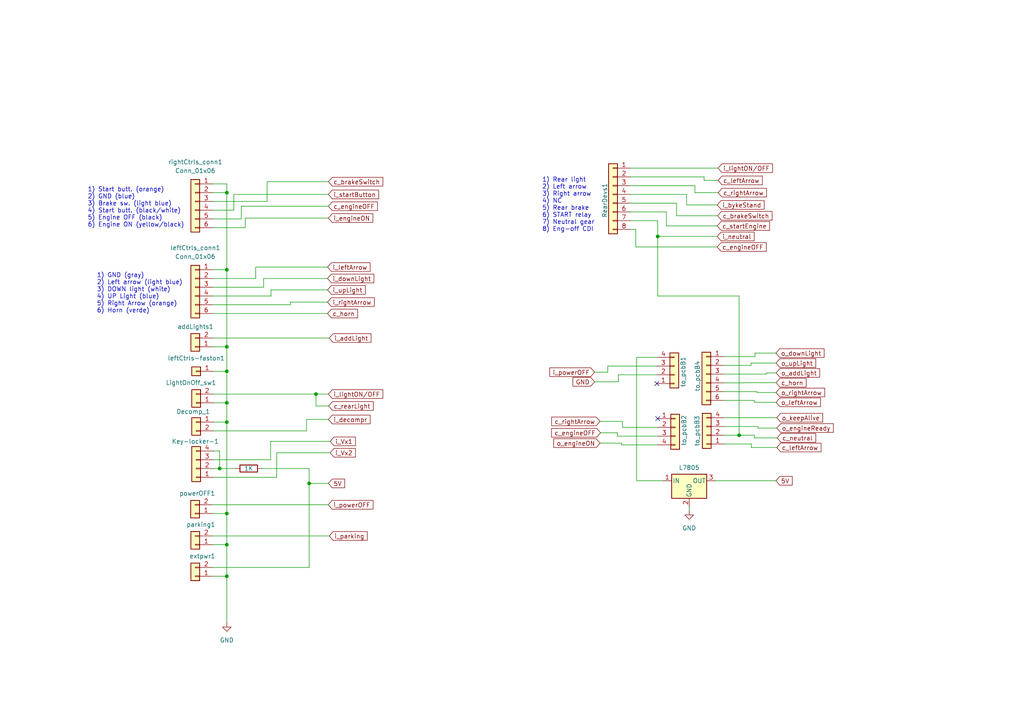
<source format=kicad_sch>
(kicad_sch (version 20231120) (generator "eeschema") (generator_version "8.0")
  (paper "A4")
  (title_block (title "All the pcb's connectors") (rev "4.0") (company "Panicosoft"))
  (lib_symbols
    (symbol "Connector_Generic:Conn_01x01" (pin_names (offset 1.016) hide)
      (property "Reference" "J" (at 0 2.54 0))
      (property "Value" "Conn_01x01" (at 0 -2.54 0))
      (symbol "Conn_01x01_1_1"
        (rectangle (start -1.27 0.127) (end 0 -0.127) (stroke (width 0.1524)))
        (rectangle (start -1.27 1.27) (end 1.27 -1.27) (stroke (width 0.254)) (fill (type background)))
        (pin passive line (at -5.08 0 0) (length 3.81) (name "Pin_1") (number "1"))
      )
    )
    (symbol "Connector_Generic:Conn_01x02" (pin_names (offset 1.016) hide)
      (property "Reference" "J" (at 0 2.54 0))
      (property "Value" "Conn_01x02" (at 0 -5.08 0))
      (symbol "Conn_01x02_1_1"
        (rectangle (start -1.27 -2.413) (end 0 -2.667) (stroke (width 0.1524)))
        (rectangle (start -1.27 0.127) (end 0 -0.127) (stroke (width 0.1524)))
        (rectangle (start -1.27 1.27) (end 1.27 -3.81) (stroke (width 0.254)) (fill (type background)))
        (pin passive line (at -5.08 0 0) (length 3.81) (name "Pin_1") (number "1"))
        (pin passive line (at -5.08 -2.54 0) (length 3.81) (name "Pin_2") (number "2"))
      )
    )
    (symbol "Connector_Generic:Conn_01x04" (pin_names (offset 1.016) hide)
      (property "Reference" "J" (at 0 5.08 0))
      (property "Value" "Conn_01x04" (at 0 -7.62 0))
      (symbol "Conn_01x04_1_1"
        (rectangle (start -1.27 -4.953) (end 0 -5.207) (stroke (width 0.1524)))
        (rectangle (start -1.27 -2.413) (end 0 -2.667) (stroke (width 0.1524)))
        (rectangle (start -1.27 0.127) (end 0 -0.127) (stroke (width 0.1524)))
        (rectangle (start -1.27 2.667) (end 0 2.413) (stroke (width 0.1524)))
        (rectangle (start -1.27 3.81) (end 1.27 -6.35) (stroke (width 0.254)) (fill (type background)))
        (pin passive line (at -5.08 2.54 0) (length 3.81) (name "Pin_1") (number "1"))
        (pin passive line (at -5.08 0 0) (length 3.81) (name "Pin_2") (number "2"))
        (pin passive line (at -5.08 -2.54 0) (length 3.81) (name "Pin_3") (number "3"))
        (pin passive line (at -5.08 -5.08 0) (length 3.81) (name "Pin_4") (number "4"))
      )
    )
    (symbol "Connector_Generic:Conn_01x06" (pin_names (offset 1.016) hide)
      (property "Reference" "J" (at 0 7.62 0))
      (property "Value" "Conn_01x06" (at 0 -10.16 0))
      (symbol "Conn_01x06_1_1"
        (rectangle (start -1.27 -7.493) (end 0 -7.747) (stroke (width 0.1524)))
        (rectangle (start -1.27 -4.953) (end 0 -5.207) (stroke (width 0.1524)))
        (rectangle (start -1.27 -2.413) (end 0 -2.667) (stroke (width 0.1524)))
        (rectangle (start -1.27 0.127) (end 0 -0.127) (stroke (width 0.1524)))
        (rectangle (start -1.27 2.667) (end 0 2.413) (stroke (width 0.1524)))
        (rectangle (start -1.27 5.207) (end 0 4.953) (stroke (width 0.1524)))
        (rectangle (start -1.27 6.35) (end 1.27 -8.89) (stroke (width 0.254)) (fill (type background)))
        (pin passive line (at -5.08 5.08 0) (length 3.81) (name "Pin_1") (number "1"))
        (pin passive line (at -5.08 2.54 0) (length 3.81) (name "Pin_2") (number "2"))
        (pin passive line (at -5.08 0 0) (length 3.81) (name "Pin_3") (number "3"))
        (pin passive line (at -5.08 -2.54 0) (length 3.81) (name "Pin_4") (number "4"))
        (pin passive line (at -5.08 -5.08 0) (length 3.81) (name "Pin_5") (number "5"))
        (pin passive line (at -5.08 -7.62 0) (length 3.81) (name "Pin_6") (number "6"))
      )
    )
    (symbol "Connector_Generic:Conn_01x08" (pin_names (offset 1.016) hide)
      (property "Reference" "J" (at 0 10.16 0))
      (property "Value" "Conn_01x08" (at 0 -12.7 0))
      (symbol "Conn_01x08_1_1"
        (rectangle (start -1.27 -10.033) (end 0 -10.287) (stroke (width 0.1524)))
        (rectangle (start -1.27 -7.493) (end 0 -7.747) (stroke (width 0.1524)))
        (rectangle (start -1.27 -4.953) (end 0 -5.207) (stroke (width 0.1524)))
        (rectangle (start -1.27 -2.413) (end 0 -2.667) (stroke (width 0.1524)))
        (rectangle (start -1.27 0.127) (end 0 -0.127) (stroke (width 0.1524)))
        (rectangle (start -1.27 2.667) (end 0 2.413) (stroke (width 0.1524)))
        (rectangle (start -1.27 5.207) (end 0 4.953) (stroke (width 0.1524)))
        (rectangle (start -1.27 7.747) (end 0 7.493) (stroke (width 0.1524)))
        (rectangle (start -1.27 8.89) (end 1.27 -11.43) (stroke (width 0.254)) (fill (type background)))
        (pin passive line (at -5.08 7.62 0) (length 3.81) (name "Pin_1") (number "1"))
        (pin passive line (at -5.08 5.08 0) (length 3.81) (name "Pin_2") (number "2"))
        (pin passive line (at -5.08 2.54 0) (length 3.81) (name "Pin_3") (number "3"))
        (pin passive line (at -5.08 0 0) (length 3.81) (name "Pin_4") (number "4"))
        (pin passive line (at -5.08 -2.54 0) (length 3.81) (name "Pin_5") (number "5"))
        (pin passive line (at -5.08 -5.08 0) (length 3.81) (name "Pin_6") (number "6"))
        (pin passive line (at -5.08 -7.62 0) (length 3.81) (name "Pin_7") (number "7"))
        (pin passive line (at -5.08 -10.16 0) (length 3.81) (name "Pin_8") (number "8"))
      )
    )
    (symbol "Device:R" (pin_numbers hide) (pin_names (offset 0))
      (property "Reference" "R" (at 2.032 0 90))
      (property "Value" "R" (at 0 0 90))
      (symbol "R_0_1"
        (rectangle (start -1.016 -2.54) (end 1.016 2.54) (stroke (width 0.254)))
      )
      (symbol "R_1_1"
        (pin passive line (at 0 3.81 270) (length 1.27) (name "~") (number "1"))
        (pin passive line (at 0 -3.81 90) (length 1.27) (name "~") (number "2"))
      )
    )
    (symbol "Regulator_Linear:L7805" (pin_names (offset 0.254))
      (property "Reference" "U" (at -3.81 3.175 0))
      (property "Value" "L7805" (at 0 3.175 0))
      (symbol "L7805_0_1"
        (rectangle (start -5.08 1.905) (end 5.08 -5.08) (stroke (width 0.254)) (fill (type background)))
      )
      (symbol "L7805_1_1"
        (pin power_in line (at -7.62 0 0) (length 2.54) (name "IN") (number "1"))
        (pin power_in line (at 0 -7.62 90) (length 2.54) (name "GND") (number "2"))
        (pin power_out line (at 7.62 0 180) (length 2.54) (name "OUT") (number "3"))
      )
    )
    (symbol "power:GND" (power) (pin_names (offset 0))
      (property "Value" "GND" (at 0 -3.81 0))
      (symbol "GND_0_1"
        (polyline (pts (xy 0 0) (xy 0 -1.27) (xy 1.27 -1.27) (xy 0 -2.54) (xy -1.27 -1.27) (xy 0 -1.27)))
      )
      (symbol "GND_1_1"
        (pin power_in line (at 0 0 270) (length 0) hide (name "GND") (number "1"))
      )
    )
  )
  (junction (at 65.786 116.84))
  (junction (at 65.786 167.132))
  (junction (at 65.786 148.9456))
  (junction (at 65.786 122.428))
  (junction (at 65.786 100.584))
  (junction (at 214.376 126.238))
  (junction (at 65.786 55.88))
  (junction (at 190.754 68.58))
  (junction (at 89.662 140.208))
  (junction (at 91.6432 114.3))
  (junction (at 65.786 107.696))
  (junction (at 65.786 78.232))
  (junction (at 65.786 157.988))
  (junction (at 63.7032 135.89))
  (no_connect (at 190.5 111.252))
  (no_connect (at 190.754 121.412))
  (wire (pts (xy 225.3996 127) (xy 218.7956 127)))
  (wire (pts (xy 222.25 108.5088) (xy 209.9564 108.5088)))
  (wire (pts (xy 219.5576 113.5888) (xy 219.5576 113.8428)))
  (wire (pts (xy 61.722 155.448) (xy 95.504 155.448)))
  (wire (pts (xy 208.1276 62.5856) (xy 196.2404 62.5856)))
  (wire (pts (xy 78.486 133.35) (xy 78.486 128.016)))
  (wire (pts (xy 61.722 157.988) (xy 65.786 157.988)))
  (wire (pts (xy 219.5576 113.8428) (xy 225.0948 113.8428)))
  (wire (pts (xy 218.9988 103.4288) (xy 218.9988 102.4128)))
  (wire (pts (xy 182.88 58.928) (xy 196.2404 58.928)))
  (wire (pts (xy 215.5952 111.0488) (xy 209.9564 111.0488)))
  (wire (pts (xy 88.9 121.666) (xy 95.25 121.666)))
  (wire (pts (xy 61.976 130.81) (xy 63.7032 130.81)))
  (wire (pts (xy 74.168 77.47) (xy 94.996 77.47)))
  (wire (pts (xy 218.7956 127) (xy 218.7956 126.238)))
  (wire (pts (xy 65.786 116.84) (xy 65.786 107.696)))
  (wire (pts (xy 61.722 78.232) (xy 65.786 78.232)))
  (wire (pts (xy 89.662 135.89) (xy 75.946 135.89)))
  (wire (pts (xy 91.6432 114.3) (xy 95.25 114.3)))
  (wire (pts (xy 65.786 107.696) (xy 65.786 100.584)))
  (wire (pts (xy 218.7448 116.6876) (xy 218.7448 116.1288)))
  (wire (pts (xy 71.12 63.246) (xy 95.25 63.246)))
  (wire (pts (xy 182.88 61.468) (xy 193.294 61.468)))
  (wire (pts (xy 196.2404 62.5856) (xy 196.2404 58.928)))
  (wire (pts (xy 225.0948 116.6876) (xy 218.7448 116.6876)))
  (wire (pts (xy 61.976 138.43) (xy 80.264 138.43)))
  (wire (pts (xy 84.201 87.63) (xy 84.201 88.392)))
  (wire (pts (xy 61.722 85.852) (xy 78.613 85.852)))
  (wire (pts (xy 76.454 80.772) (xy 76.454 83.312)))
  (wire (pts (xy 65.786 53.34) (xy 61.722 53.34)))
  (wire (pts (xy 89.662 140.208) (xy 95.25 140.208)))
  (wire (pts (xy 184.658 139.446) (xy 184.658 103.632)))
  (wire (pts (xy 77.47 58.42) (xy 77.47 52.705)))
  (wire (pts (xy 217.8304 105.9688) (xy 217.8304 105.3084)))
  (wire (pts (xy 179.3494 110.744) (xy 179.3494 108.712)))
  (wire (pts (xy 95.3008 117.7544) (xy 91.6432 117.7544)))
  (wire (pts (xy 61.722 98.044) (xy 95.504 98.044)))
  (wire (pts (xy 65.786 180.594) (xy 65.786 167.132)))
  (wire (pts (xy 209.9564 113.5888) (xy 219.5576 113.5888)))
  (wire (pts (xy 61.722 164.592) (xy 89.662 164.592)))
  (wire (pts (xy 182.88 53.848) (xy 201.549 53.848)))
  (wire (pts (xy 67.818 60.96) (xy 61.722 60.96)))
  (wire (pts (xy 95.1992 146.4056) (xy 61.6712 146.4056)))
  (wire (pts (xy 217.932 129.794) (xy 225.298 129.794)))
  (wire (pts (xy 61.722 63.5) (xy 69.977 63.5)))
  (wire (pts (xy 174.0408 122.2248) (xy 180.5432 122.2248)))
  (wire (pts (xy 78.486 128.016) (xy 95.758 128.016)))
  (wire (pts (xy 214.376 126.238) (xy 210.058 126.238)))
  (wire (pts (xy 180.2892 129.032) (xy 190.754 129.032)))
  (wire (pts (xy 214.376 85.852) (xy 190.754 85.852)))
  (wire (pts (xy 218.7956 126.238) (xy 214.376 126.238)))
  (wire (pts (xy 180.5432 123.952) (xy 190.754 123.952)))
  (wire (pts (xy 225.044 139.446) (xy 207.518 139.446)))
  (wire (pts (xy 61.976 114.3) (xy 91.6432 114.3)))
  (wire (pts (xy 184.658 103.632) (xy 190.5 103.632)))
  (wire (pts (xy 65.786 122.428) (xy 65.786 148.9456)))
  (wire (pts (xy 217.8304 105.3084) (xy 225.0948 105.3084)))
  (wire (pts (xy 61.6712 148.9456) (xy 65.786 148.9456)))
  (wire (pts (xy 219.8116 123.698) (xy 219.8116 124.1552)))
  (wire (pts (xy 77.47 52.705) (xy 95.25 52.705)))
  (wire (pts (xy 65.786 78.232) (xy 65.786 100.584)))
  (wire (pts (xy 61.976 107.696) (xy 65.786 107.696)))
  (wire (pts (xy 61.976 116.84) (xy 65.786 116.84)))
  (wire (pts (xy 184.404 71.628) (xy 208.026 71.628)))
  (wire (pts (xy 61.722 55.88) (xy 65.786 55.88)))
  (wire (pts (xy 61.722 80.772) (xy 74.168 80.772)))
  (wire (pts (xy 218.9988 102.4128) (xy 225.044 102.4128)))
  (wire (pts (xy 65.786 157.988) (xy 65.786 148.9456)))
  (wire (pts (xy 201.549 53.848) (xy 201.549 55.88)))
  (wire (pts (xy 67.818 56.388) (xy 95.25 56.388)))
  (wire (pts (xy 88.9 121.666) (xy 88.9 124.968)))
  (wire (pts (xy 217.932 129.794) (xy 217.932 128.778)))
  (wire (pts (xy 89.662 164.592) (xy 89.662 140.208)))
  (wire (pts (xy 201.549 55.88) (xy 208.28 55.88)))
  (wire (pts (xy 225.0948 108.1532) (xy 222.25 108.1532)))
  (wire (pts (xy 67.818 56.388) (xy 67.818 60.96)))
  (wire (pts (xy 184.404 66.548) (xy 182.88 66.548)))
  (wire (pts (xy 199.898 147.066) (xy 199.898 148.082)))
  (wire (pts (xy 219.8116 124.1552) (xy 225.298 124.1552)))
  (wire (pts (xy 61.976 122.428) (xy 65.786 122.428)))
  (wire (pts (xy 65.786 55.88) (xy 65.786 53.34)))
  (wire (pts (xy 76.454 80.772) (xy 94.996 80.772)))
  (wire (pts (xy 193.294 65.532) (xy 208.026 65.532)))
  (wire (pts (xy 65.786 116.84) (xy 65.786 122.428)))
  (wire (pts (xy 190.754 64.008) (xy 190.754 68.58)))
  (wire (pts (xy 225.298 121.158) (xy 210.058 121.158)))
  (wire (pts (xy 193.294 61.468) (xy 193.294 65.532)))
  (wire (pts (xy 179.3494 108.712) (xy 190.5 108.712)))
  (wire (pts (xy 63.7032 135.89) (xy 68.326 135.89)))
  (wire (pts (xy 182.88 64.008) (xy 190.754 64.008)))
  (wire (pts (xy 71.12 63.246) (xy 71.12 66.04)))
  (wire (pts (xy 184.404 66.548) (xy 184.404 71.628)))
  (wire (pts (xy 180.2892 128.524) (xy 180.2892 129.032)))
  (wire (pts (xy 63.7032 130.81) (xy 63.7032 135.89)))
  (wire (pts (xy 65.786 167.132) (xy 65.786 157.988)))
  (wire (pts (xy 176.276 106.172) (xy 190.5 106.172)))
  (wire (pts (xy 179.07 125.5268) (xy 179.07 126.492)))
  (wire (pts (xy 65.786 55.88) (xy 65.786 78.232)))
  (wire (pts (xy 61.722 88.392) (xy 84.201 88.392)))
  (wire (pts (xy 80.264 131.318) (xy 95.758 131.318)))
  (wire (pts (xy 91.6432 117.7544) (xy 91.6432 114.3)))
  (wire (pts (xy 204.216 52.324) (xy 208.28 52.324)))
  (wire (pts (xy 209.9564 103.4288) (xy 218.9988 103.4288)))
  (wire (pts (xy 61.976 135.89) (xy 63.7032 135.89)))
  (wire (pts (xy 176.276 107.95) (xy 176.276 106.172)))
  (wire (pts (xy 174.1932 125.5268) (xy 179.07 125.5268)))
  (wire (pts (xy 69.977 63.5) (xy 69.977 59.817)))
  (wire (pts (xy 61.722 167.132) (xy 65.786 167.132)))
  (wire (pts (xy 192.278 139.446) (xy 184.658 139.446)))
  (wire (pts (xy 88.9 124.968) (xy 61.976 124.968)))
  (wire (pts (xy 204.216 51.308) (xy 204.216 52.324)))
  (wire (pts (xy 78.613 84.074) (xy 94.996 84.074)))
  (wire (pts (xy 179.07 126.492) (xy 190.754 126.492)))
  (wire (pts (xy 61.722 83.312) (xy 76.454 83.312)))
  (wire (pts (xy 182.88 48.768) (xy 208.28 48.768)))
  (wire (pts (xy 215.5952 110.998) (xy 215.5952 111.0488)))
  (wire (pts (xy 199.136 59.436) (xy 199.136 56.388)))
  (wire (pts (xy 210.058 123.698) (xy 219.8116 123.698)))
  (wire (pts (xy 222.25 108.1532) (xy 222.25 108.5088)))
  (wire (pts (xy 182.88 51.308) (xy 204.216 51.308)))
  (wire (pts (xy 190.754 85.852) (xy 190.754 68.58)))
  (wire (pts (xy 61.722 58.42) (xy 77.47 58.42)))
  (wire (pts (xy 174.0408 128.524) (xy 180.2892 128.524)))
  (wire (pts (xy 61.976 133.35) (xy 78.486 133.35)))
  (wire (pts (xy 172.466 107.95) (xy 176.276 107.95)))
  (wire (pts (xy 214.376 126.238) (xy 214.376 85.852)))
  (wire (pts (xy 71.12 66.04) (xy 61.722 66.04)))
  (wire (pts (xy 84.201 87.63) (xy 94.996 87.63)))
  (wire (pts (xy 190.754 68.58) (xy 208.026 68.58)))
  (wire (pts (xy 215.5952 110.998) (xy 225.0948 110.998)))
  (wire (pts (xy 80.264 138.43) (xy 80.264 131.318)))
  (wire (pts (xy 180.5432 122.2248) (xy 180.5432 123.952)))
  (wire (pts (xy 208.026 59.436) (xy 199.136 59.436)))
  (wire (pts (xy 89.662 140.208) (xy 89.662 135.89)))
  (wire (pts (xy 172.466 110.744) (xy 179.3494 110.744)))
  (wire (pts (xy 74.168 80.772) (xy 74.168 77.47)))
  (wire (pts (xy 78.613 85.852) (xy 78.613 84.074)))
  (wire (pts (xy 61.722 100.584) (xy 65.786 100.584)))
  (wire (pts (xy 199.136 56.388) (xy 182.88 56.388)))
  (wire (pts (xy 61.722 90.932) (xy 94.996 90.932)))
  (wire (pts (xy 69.977 59.817) (xy 95.25 59.817)))
  (wire (pts (xy 209.9564 105.9688) (xy 217.8304 105.9688)))
  (wire (pts (xy 217.932 128.778) (xy 210.058 128.778)))
  (wire (pts (xy 218.7448 116.1288) (xy 209.9564 116.1288)))
  (text "1) Start butt. (orange)\n2) GND (blue)\n3) Brake sw. (light blue)\n4) Start butt. (black/white)\n5) Engine OFF (black)\n6) Engine ON (yellow/black)" (at 25.4 66.04 0) (effects (font (size 1.27 1.27)) (justify left bottom)))
  (text "1) GND (gray)\n2) Left arrow (light blue)\n3) DOWN light (white)\n4) UP Light (blue)\n5) Right Arrow (orange)\n6) Horn (verde)" (at 28.067 90.932 0) (effects (font (size 1.27 1.27)) (justify left bottom)))
  (text "1) Rear light\n2) Left arrow\n3) Right arrow\n4) NC\n5) Rear brake\n6) START relay\n7) Neutral gear\n8) Eng-off CDI" (at 157.226 67.31 0) (effects (font (size 1.27 1.27)) (justify left bottom)))
  (global_label "o_engineReady" (shape input) (at 225.298 124.1552 0) (property "Intersheetrefs" "${INTERSHEET_REFS}" (effects (hide yes))) (property "Riferimenti inter-foglio" "${INTERSHEET_REFS}" (effects (hide yes))))
  (global_label "c_rightArrow" (shape input) (at 208.28 55.88 0) (property "Intersheetrefs" "${INTERSHEET_REFS}" (effects (hide yes))) (property "Riferimenti inter-foglio" "${INTERSHEET_REFS}" (effects (hide yes))))
  (global_label "i_powerOFF" (shape input) (at 95.1992 146.4056 0) (property "Intersheetrefs" "${INTERSHEET_REFS}" (effects (hide yes))) (property "Riferimenti inter-foglio" "${INTERSHEET_REFS}" (effects (hide yes))))
  (global_label "c_engineOFF" (shape input) (at 95.25 59.817 0) (property "Intersheetrefs" "${INTERSHEET_REFS}" (effects (hide yes))) (property "Riferimenti inter-foglio" "${INTERSHEET_REFS}" (effects (hide yes))))
  (global_label "i_Vx1" (shape input) (at 95.758 128.016 0) (property "Intersheetrefs" "${INTERSHEET_REFS}" (effects (hide yes))) (property "Riferimenti inter-foglio" "${INTERSHEET_REFS}" (effects (hide yes))))
  (global_label "o_leftArrow" (shape input) (at 225.0948 116.6876 0) (property "Intersheetrefs" "${INTERSHEET_REFS}" (effects (hide yes))) (property "Riferimenti inter-foglio" "${INTERSHEET_REFS}" (effects (hide yes))))
  (global_label "c_brakeSwitch" (shape input) (at 95.25 52.705 0) (property "Intersheetrefs" "${INTERSHEET_REFS}" (effects (hide yes))) (property "Riferimenti inter-foglio" "${INTERSHEET_REFS}" (effects (hide yes))))
  (global_label "GND" (shape input) (at 172.466 110.744 180) (property "Intersheetrefs" "${INTERSHEET_REFS}" (effects (hide yes))) (property "Riferimenti inter-foglio" "${INTERSHEET_REFS}" (effects (hide yes))))
  (global_label "i_upLight" (shape input) (at 94.996 84.074 0) (property "Intersheetrefs" "${INTERSHEET_REFS}" (effects (hide yes))) (property "Riferimenti inter-foglio" "${INTERSHEET_REFS}" (effects (hide yes))))
  (global_label "i_addLight" (shape input) (at 95.504 98.044 0) (property "Intersheetrefs" "${INTERSHEET_REFS}" (effects (hide yes))) (property "Riferimenti inter-foglio" "${INTERSHEET_REFS}" (effects (hide yes))))
  (global_label "i_startButton" (shape input) (at 95.25 56.388 0) (property "Intersheetrefs" "${INTERSHEET_REFS}" (effects (hide yes))) (property "Riferimenti inter-foglio" "${INTERSHEET_REFS}" (effects (hide yes))))
  (global_label "i_downLight" (shape input) (at 94.996 80.772 0) (property "Intersheetrefs" "${INTERSHEET_REFS}" (effects (hide yes))) (property "Riferimenti inter-foglio" "${INTERSHEET_REFS}" (effects (hide yes))))
  (global_label "o_keepAlive" (shape input) (at 225.298 121.158 0) (property "Intersheetrefs" "${INTERSHEET_REFS}" (effects (hide yes))) (property "Riferimenti inter-foglio" "${INTERSHEET_REFS}" (effects (hide yes))))
  (global_label "c_neutral" (shape input) (at 225.3996 127 0) (property "Intersheetrefs" "${INTERSHEET_REFS}" (effects (hide yes))) (property "Riferimenti inter-foglio" "${INTERSHEET_REFS}" (effects (hide yes))))
  (global_label "i_engineON" (shape input) (at 95.25 63.246 0) (property "Intersheetrefs" "${INTERSHEET_REFS}" (effects (hide yes))) (property "Riferimenti inter-foglio" "${INTERSHEET_REFS}" (effects (hide yes))))
  (global_label "i_Vx2" (shape input) (at 95.758 131.318 0) (property "Intersheetrefs" "${INTERSHEET_REFS}" (effects (hide yes))) (property "Riferimenti inter-foglio" "${INTERSHEET_REFS}" (effects (hide yes))))
  (global_label "i_leftArrow" (shape input) (at 94.996 77.47 0) (property "Intersheetrefs" "${INTERSHEET_REFS}" (effects (hide yes))) (property "Riferimenti inter-foglio" "${INTERSHEET_REFS}" (effects (hide yes))))
  (global_label "c_rightArrow" (shape input) (at 174.0408 122.2248 180) (property "Intersheetrefs" "${INTERSHEET_REFS}" (effects (hide yes))) (property "Riferimenti inter-foglio" "${INTERSHEET_REFS}" (effects (hide yes))))
  (global_label "i_rightArrow" (shape input) (at 94.996 87.63 0) (property "Intersheetrefs" "${INTERSHEET_REFS}" (effects (hide yes))) (property "Riferimenti inter-foglio" "${INTERSHEET_REFS}" (effects (hide yes))))
  (global_label "o_upLight" (shape input) (at 225.0948 105.3084 0) (property "Intersheetrefs" "${INTERSHEET_REFS}" (effects (hide yes))) (property "Riferimenti inter-foglio" "${INTERSHEET_REFS}" (effects (hide yes))))
  (global_label "c_horn" (shape input) (at 225.0948 110.998 0) (property "Intersheetrefs" "${INTERSHEET_REFS}" (effects (hide yes))) (property "Riferimenti inter-foglio" "${INTERSHEET_REFS}" (effects (hide yes))))
  (global_label "c_engineOFF" (shape input) (at 174.1932 125.5268 180) (property "Intersheetrefs" "${INTERSHEET_REFS}" (effects (hide yes))) (property "Riferimenti inter-foglio" "${INTERSHEET_REFS}" (effects (hide yes))))
  (global_label "5V" (shape input) (at 225.044 139.446 0) (property "Intersheetrefs" "${INTERSHEET_REFS}" (effects (hide yes))) (property "Riferimenti inter-foglio" "${INTERSHEET_REFS}" (effects (hide yes))))
  (global_label "o_downLight" (shape input) (at 225.044 102.4128 0) (property "Intersheetrefs" "${INTERSHEET_REFS}" (effects (hide yes))) (property "Riferimenti inter-foglio" "${INTERSHEET_REFS}" (effects (hide yes))))
  (global_label "c_horn" (shape input) (at 94.996 90.932 0) (property "Intersheetrefs" "${INTERSHEET_REFS}" (effects (hide yes))) (property "Riferimenti inter-foglio" "${INTERSHEET_REFS}" (effects (hide yes))))
  (global_label "o_engineON" (shape input) (at 174.0408 128.524 180) (property "Intersheetrefs" "${INTERSHEET_REFS}" (effects (hide yes))) (property "Riferimenti inter-foglio" "${INTERSHEET_REFS}" (effects (hide yes))))
  (global_label "c_startEngine" (shape input) (at 208.026 65.532 0) (property "Intersheetrefs" "${INTERSHEET_REFS}" (effects (hide yes))) (property "Riferimenti inter-foglio" "${INTERSHEET_REFS}" (effects (hide yes))))
  (global_label "o_rightArrow" (shape input) (at 225.0948 113.8428 0) (property "Intersheetrefs" "${INTERSHEET_REFS}" (effects (hide yes))) (property "Riferimenti inter-foglio" "${INTERSHEET_REFS}" (effects (hide yes))))
  (global_label "i_neutral" (shape input) (at 208.026 68.58 0) (property "Intersheetrefs" "${INTERSHEET_REFS}" (effects (hide yes))) (property "Riferimenti inter-foglio" "${INTERSHEET_REFS}" (effects (hide yes))))
  (global_label "i_bykeStand" (shape input) (at 208.026 59.436 0) (property "Intersheetrefs" "${INTERSHEET_REFS}" (effects (hide yes))) (property "Riferimenti inter-foglio" "${INTERSHEET_REFS}" (effects (hide yes))))
  (global_label "c_brakeSwitch" (shape input) (at 208.1276 62.5856 0) (property "Intersheetrefs" "${INTERSHEET_REFS}" (effects (hide yes))) (property "Riferimenti inter-foglio" "${INTERSHEET_REFS}" (effects (hide yes))))
  (global_label "i_parking" (shape input) (at 95.504 155.448 0) (property "Intersheetrefs" "${INTERSHEET_REFS}" (effects (hide yes))) (property "Riferimenti inter-foglio" "${INTERSHEET_REFS}" (effects (hide yes))))
  (global_label "c_rearLight" (shape input) (at 95.3008 117.7544 0) (property "Intersheetrefs" "${INTERSHEET_REFS}" (effects (hide yes))) (property "Riferimenti inter-foglio" "${INTERSHEET_REFS}" (effects (hide yes))))
  (global_label "i_lightON{slash}OFF" (shape input) (at 208.28 48.768 0) (property "Intersheetrefs" "${INTERSHEET_REFS}" (effects (hide yes))) (property "Riferimenti inter-foglio" "${INTERSHEET_REFS}" (effects (hide yes))))
  (global_label "o_addLight" (shape input) (at 225.0948 108.1532 0) (property "Intersheetrefs" "${INTERSHEET_REFS}" (effects (hide yes))) (property "Riferimenti inter-foglio" "${INTERSHEET_REFS}" (effects (hide yes))))
  (global_label "i_decompr" (shape input) (at 95.25 121.666 0) (property "Intersheetrefs" "${INTERSHEET_REFS}" (effects (hide yes))) (property "Riferimenti inter-foglio" "${INTERSHEET_REFS}" (effects (hide yes))))
  (global_label "i_lightON{slash}OFF" (shape input) (at 95.25 114.3 0) (property "Intersheetrefs" "${INTERSHEET_REFS}" (effects (hide yes))) (property "Riferimenti inter-foglio" "${INTERSHEET_REFS}" (effects (hide yes))))
  (global_label "5V" (shape input) (at 95.25 140.208 0) (property "Intersheetrefs" "${INTERSHEET_REFS}" (effects (hide yes))) (property "Riferimenti inter-foglio" "${INTERSHEET_REFS}" (effects (hide yes))))
  (global_label "i_powerOFF" (shape input) (at 172.466 107.95 180) (property "Intersheetrefs" "${INTERSHEET_REFS}" (effects (hide yes))) (property "Riferimenti inter-foglio" "${INTERSHEET_REFS}" (effects (hide yes))))
  (global_label "c_engineOFF" (shape input) (at 208.026 71.628 0) (property "Intersheetrefs" "${INTERSHEET_REFS}" (effects (hide yes))) (property "Riferimenti inter-foglio" "${INTERSHEET_REFS}" (effects (hide yes))))
  (global_label "c_leftArrow" (shape input) (at 225.298 129.794 0) (property "Intersheetrefs" "${INTERSHEET_REFS}" (effects (hide yes))) (property "Riferimenti inter-foglio" "${INTERSHEET_REFS}" (effects (hide yes))))
  (global_label "c_leftArrow" (shape input) (at 208.28 52.324 0) (property "Intersheetrefs" "${INTERSHEET_REFS}" (effects (hide yes))) (property "Riferimenti inter-foglio" "${INTERSHEET_REFS}" (effects (hide yes))))
  (symbol (lib_id "Connector_Generic:Conn_01x04") (at 204.978 126.238 180) (unit 1)
    (property "Reference" "to_pcbB3" (at 202.184 124.968 90))
    (property "Value" "Conn_01x04" (effects (hide yes)))
    (property "Footprint" "Connector_PinHeader_2.54mm:PinHeader_1x04_P2.54mm_Vertical" (effects (hide yes)))
    (property "Description" "Generic connector, single row, 01x04, script generated (kicad-library-utils/schlib/autogen/connector/)" (effects (hide yes)))
  )
  (symbol (lib_id "Connector_Generic:Conn_01x04") (at 195.58 108.712 0) (mirror x) (unit 1)
    (property "Reference" "to_pcbB1" (at 198.12 103.378 90) (effects (justify left)))
    (property "Value" "Conn_01x04" (effects (hide yes)))
    (property "Footprint" "Connector_PinHeader_2.54mm:PinHeader_1x04_P2.54mm_Vertical" (effects (hide yes)))
    (property "Description" "Generic connector, single row, 01x04, script generated (kicad-library-utils/schlib/autogen/connector/)" (effects (hide yes)))
  )
  (symbol (lib_id "Connector_Generic:Conn_01x02") (at 56.896 116.84 180) (unit 1)
    (property "Reference" "LightOnOff_sw1" (at 62.738 110.998 0) (effects (justify left)))
    (property "Value" "Conn_01x02" (effects (hide yes)))
    (property "Footprint" "Connector_Wire:SolderWire-0.15sqmm_1x02_P4mm_D0.5mm_OD1.5mm" (effects (hide yes)))
  )
  (symbol (lib_id "power:GND") (at 65.786 180.594 0) (unit 1)
    (property "Reference" "#PWR0108" (effects (hide yes)))
    (property "Value" "GND" (at 65.786 185.674 0))
  )
  (symbol (lib_id "Connector_Generic:Conn_01x06") (at 56.642 83.312 0) (mirror y) (unit 1)
    (property "Reference" "leftCtrls_conn1" (at 56.642 71.882 0))
    (property "Value" "Conn_01x06" (at 56.642 74.422 0))
    (property "Footprint" "Connector_Wire:SolderWire-0.25sqmm_1x06_P4.2mm_D0.65mm_OD1.7mm" (effects (hide yes)))
  )
  (symbol (lib_id "Connector_Generic:Conn_01x02") (at 56.642 100.584 180) (unit 1)
    (property "Reference" "addLights1" (at 61.976 94.742 0) (effects (justify left)))
    (property "Value" "Conn_01x02" (effects (hide yes)))
    (property "Footprint" "Connector_Wire:SolderWire-0.15sqmm_1x02_P4mm_D0.5mm_OD1.5mm" (effects (hide yes)))
  )
  (symbol (lib_id "Connector_Generic:Conn_01x02") (at 56.896 122.428 0) (mirror y) (unit 1)
    (property "Reference" "Decomp_1" (at 60.96 119.38 0) (effects (justify left)))
    (property "Value" "Conn_01x02" (effects (hide yes)))
    (property "Footprint" "Connector_Wire:SolderWire-0.15sqmm_1x02_P4mm_D0.5mm_OD1.5mm" (effects (hide yes)))
  )
  (symbol (lib_id "Connector_Generic:Conn_01x01") (at 56.896 107.696 180) (unit 1)
    (property "Reference" "leftCtrls-faston1" (at 56.896 103.886 0))
    (property "Value" "Conn_01x01" (effects (hide yes)))
    (property "Footprint" "Connector_Wire:SolderWire-0.5sqmm_1x01_D0.9mm_OD2.1mm" (effects (hide yes)))
  )
  (symbol (lib_id "power:GND") (at 199.898 148.082 0) (unit 1)
    (property "Reference" "#PWR05" (effects (hide yes)))
    (property "Value" "GND" (at 199.898 153.162 0))
  )
  (symbol (lib_id "Regulator_Linear:L7805") (at 199.898 139.446 0) (unit 1)
    (property "Reference" "U3" (effects (hide yes)))
    (property "Value" "L7805" (at 199.898 135.636 0))
    (property "Footprint" "Package_TO_SOT_THT:TO-220-3_Vertical" (effects (hide yes)))
    (property "Datasheet" "http://www.st.com/content/ccc/resource/technical/document/datasheet/41/4f/b3/b0/12/d4/47/88/CD00000444.pdf/files/CD00000444.pdf/jcr:content/translations/en.CD00000444.pdf" (effects (hide yes)))
    (property "Description" "Positive 1.5A 35V Linear Regulator, Fixed Output 5V, TO-220/TO-263/TO-252" (effects (hide yes)))
  )
  (symbol (lib_id "Connector_Generic:Conn_01x08") (at 177.8 56.388 0) (mirror y) (unit 1)
    (property "Reference" "RearDevs1" (at 175.4124 58.1152 90))
    (property "Value" "Conn_01x08" (effects (hide yes)))
    (property "Footprint" "Connector_PinHeader_2.54mm:PinHeader_1x08_P2.54mm_Vertical" (effects (hide yes)))
  )
  (symbol (lib_id "Connector_Generic:Conn_01x02") (at 56.642 157.988 180) (unit 1)
    (property "Reference" "parking1" (at 62.484 152.146 0) (effects (justify left)))
    (property "Value" "Conn_01x02" (effects (hide yes)))
    (property "Footprint" "Connector_Wire:SolderWire-0.15sqmm_1x02_P4mm_D0.5mm_OD1.5mm" (effects (hide yes)))
  )
  (symbol (lib_id "Connector_Generic:Conn_01x04") (at 195.834 123.952 0) (unit 1)
    (property "Reference" "to_pcbB2" (at 198.374 129.286 90) (effects (justify left)))
    (property "Value" "Conn_01x04" (effects (hide yes)))
    (property "Footprint" "Connector_PinHeader_2.54mm:PinHeader_1x04_P2.54mm_Vertical" (effects (hide yes)))
    (property "Description" "Generic connector, single row, 01x04, script generated (kicad-library-utils/schlib/autogen/connector/)" (effects (hide yes)))
  )
  (symbol (lib_id "Device:R") (at 72.136 135.89 270) (unit 1)
    (property "Reference" "R1" (effects (hide yes)))
    (property "Value" "1K" (at 72.136 135.89 90))
    (property "Footprint" "Resistor_THT:R_Axial_DIN0204_L3.6mm_D1.6mm_P5.08mm_Horizontal" (effects (hide yes)))
  )
  (symbol (lib_id "Connector_Generic:Conn_01x02") (at 56.642 167.132 180) (unit 1)
    (property "Reference" "extpwr1" (at 62.484 161.29 0) (effects (justify left)))
    (property "Value" "Conn_01x02" (effects (hide yes)))
    (property "Footprint" "Connector_PinHeader_2.54mm:PinHeader_1x02_P2.54mm_Vertical" (effects (hide yes)))
  )
  (symbol (lib_id "Connector_Generic:Conn_01x06") (at 204.8764 108.5088 0) (mirror y) (unit 1)
    (property "Reference" "to_pcbB4" (at 202.2856 113.538 90) (effects (justify left)))
    (property "Value" "Conn_01x06" (effects (hide yes)))
    (property "Footprint" "Connector_PinHeader_2.54mm:PinHeader_1x06_P2.54mm_Vertical" (effects (hide yes)))
  )
  (symbol (lib_id "Connector_Generic:Conn_01x06") (at 56.642 58.42 0) (mirror y) (unit 1)
    (property "Reference" "rightCtrls_conn1" (at 56.642 46.99 0))
    (property "Value" "Conn_01x06" (at 56.642 49.53 0))
    (property "Footprint" "Connector_Wire:SolderWire-0.15sqmm_1x06_P4mm_D0.5mm_OD1.5mm" (effects (hide yes)))
  )
  (symbol (lib_id "Connector_Generic:Conn_01x04") (at 56.896 135.89 180) (unit 1)
    (property "Reference" "Key-locker-1" (at 56.642 128.016 0))
    (property "Value" "Conn_01x04" (effects (hide yes)))
    (property "Footprint" "Connector_PinHeader_2.54mm:PinHeader_1x04_P2.54mm_Vertical" (effects (hide yes)))
  )
  (symbol (lib_id "Connector_Generic:Conn_01x02") (at 56.5912 148.9456 180) (unit 1)
    (property "Reference" "powerOFF1" (at 62.4332 143.1036 0) (effects (justify left)))
    (property "Value" "Conn_01x02" (effects (hide yes)))
    (property "Footprint" "Connector_Wire:SolderWire-0.15sqmm_1x02_P4mm_D0.5mm_OD1.5mm" (effects (hide yes)))
  )
)
</source>
